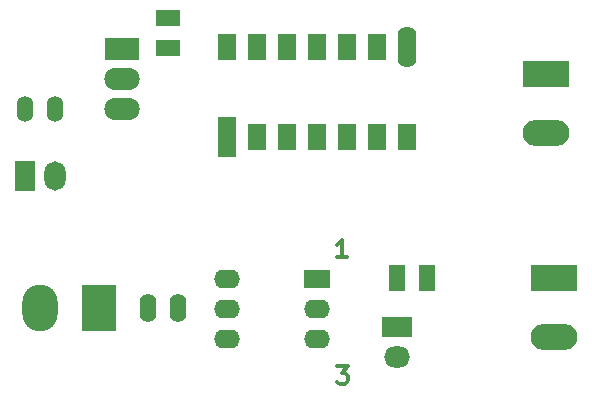
<source format=gbr>
%TF.GenerationSoftware,KiCad,Pcbnew,6.0.7+dfsg-1+b1*%
%TF.CreationDate,2022-12-02T21:53:11-05:00*%
%TF.ProjectId,control_and_power,636f6e74-726f-46c5-9f61-6e645f706f77,rev?*%
%TF.SameCoordinates,Original*%
%TF.FileFunction,Copper,L2,Bot*%
%TF.FilePolarity,Positive*%
%FSLAX46Y46*%
G04 Gerber Fmt 4.6, Leading zero omitted, Abs format (unit mm)*
G04 Created by KiCad (PCBNEW 6.0.7+dfsg-1+b1) date 2022-12-02 21:53:11*
%MOMM*%
%LPD*%
G01*
G04 APERTURE LIST*
%ADD10C,0.300000*%
%TA.AperFunction,NonConductor*%
%ADD11C,0.300000*%
%TD*%
%TA.AperFunction,ComponentPad*%
%ADD12R,1.800000X2.500000*%
%TD*%
%TA.AperFunction,ComponentPad*%
%ADD13O,1.800000X2.500000*%
%TD*%
%TA.AperFunction,ComponentPad*%
%ADD14O,3.000000X1.905000*%
%TD*%
%TA.AperFunction,ComponentPad*%
%ADD15R,3.000000X1.905000*%
%TD*%
%TA.AperFunction,ComponentPad*%
%ADD16O,2.200000X1.600000*%
%TD*%
%TA.AperFunction,ComponentPad*%
%ADD17R,2.200000X1.600000*%
%TD*%
%TA.AperFunction,ComponentPad*%
%ADD18R,2.500000X1.800000*%
%TD*%
%TA.AperFunction,ComponentPad*%
%ADD19O,2.200000X1.800000*%
%TD*%
%TA.AperFunction,ComponentPad*%
%ADD20O,1.400000X2.200000*%
%TD*%
%TA.AperFunction,ComponentPad*%
%ADD21O,1.400000X2.400000*%
%TD*%
%TA.AperFunction,ComponentPad*%
%ADD22R,2.000000X1.400000*%
%TD*%
%TA.AperFunction,ComponentPad*%
%ADD23O,3.960000X2.200000*%
%TD*%
%TA.AperFunction,ComponentPad*%
%ADD24R,3.960000X2.200000*%
%TD*%
%TA.AperFunction,ComponentPad*%
%ADD25O,3.000000X3.960000*%
%TD*%
%TA.AperFunction,ComponentPad*%
%ADD26R,3.000000X3.960000*%
%TD*%
%TA.AperFunction,ComponentPad*%
%ADD27R,1.400000X2.200000*%
%TD*%
%TA.AperFunction,ComponentPad*%
%ADD28R,1.600000X3.500000*%
%TD*%
%TA.AperFunction,ComponentPad*%
%ADD29R,1.600000X2.200000*%
%TD*%
%TA.AperFunction,ComponentPad*%
%ADD30O,1.600000X3.500000*%
%TD*%
G04 APERTURE END LIST*
D10*
D11*
X152328571Y-102378571D02*
X151471428Y-102378571D01*
X151900000Y-102378571D02*
X151900000Y-100878571D01*
X151757142Y-101092857D01*
X151614285Y-101235714D01*
X151471428Y-101307142D01*
D10*
D11*
X151500000Y-111578571D02*
X152428571Y-111578571D01*
X151928571Y-112150000D01*
X152142857Y-112150000D01*
X152285714Y-112221428D01*
X152357142Y-112292857D01*
X152428571Y-112435714D01*
X152428571Y-112792857D01*
X152357142Y-112935714D01*
X152285714Y-113007142D01*
X152142857Y-113078571D01*
X151714285Y-113078571D01*
X151571428Y-113007142D01*
X151500000Y-112935714D01*
D12*
%TO.P,D2,2,A*%
%TO.N,Net-(D2-Pad2)*%
X125060000Y-95500000D03*
D13*
%TO.P,D2,1,K*%
%TO.N,GND*%
X127600000Y-95500000D03*
%TD*%
D14*
%TO.P,Q1,3,E*%
%TO.N,Net-(OUT1-Pad1)*%
X133300000Y-89780000D03*
%TO.P,Q1,2,C*%
%TO.N,5v*%
X133300000Y-87240000D03*
D15*
%TO.P,Q1,1,B*%
%TO.N,Net-(Q1-Pad1)*%
X133300000Y-84700000D03*
%TD*%
D16*
%TO.P,U2,6*%
%TO.N,unconnected-(U2-Pad6)*%
X142180000Y-104175000D03*
%TO.P,U2,5*%
%TO.N,Net-(R2-Pad1)*%
X142180000Y-106715000D03*
%TO.P,U2,4*%
%TO.N,GND*%
X142180000Y-109255000D03*
%TO.P,U2,3,NC*%
%TO.N,unconnected-(U2-Pad3)*%
X149800000Y-109255000D03*
%TO.P,U2,2*%
%TO.N,Net-(D1-Pad1)*%
X149800000Y-106715000D03*
D17*
%TO.P,U2,1*%
%TO.N,Net-(D1-Pad2)*%
X149800000Y-104175000D03*
%TD*%
D18*
%TO.P,D1,2,A*%
%TO.N,Net-(D1-Pad2)*%
X156600000Y-108235000D03*
D19*
%TO.P,D1,1,K*%
%TO.N,Net-(D1-Pad1)*%
X156600000Y-110775000D03*
%TD*%
D20*
%TO.P,R4,2*%
%TO.N,Net-(OUT1-Pad1)*%
X127620000Y-89800000D03*
%TO.P,R4,1*%
%TO.N,Net-(D2-Pad2)*%
X125080000Y-89800000D03*
%TD*%
D21*
%TO.P,R2,2*%
%TO.N,5v*%
X135480000Y-106700000D03*
%TO.P,R2,1*%
%TO.N,Net-(R2-Pad1)*%
X138020000Y-106700000D03*
%TD*%
D22*
%TO.P,R3,2*%
%TO.N,Net-(Q1-Pad1)*%
X137200000Y-84620000D03*
%TO.P,R3,1*%
%TO.N,Net-(R3-Pad1)*%
X137200000Y-82080000D03*
%TD*%
D23*
%TO.P,SIG1,2,Pin_2*%
%TO.N,Net-(D1-Pad1)*%
X169900000Y-109100000D03*
D24*
%TO.P,SIG1,1,Pin_1*%
%TO.N,Net-(SIG1-Pad1)*%
X169900000Y-104100000D03*
%TD*%
D23*
%TO.P,OUT1,2,Pin_2*%
%TO.N,GND*%
X169200000Y-91835000D03*
D24*
%TO.P,OUT1,1,Pin_1*%
%TO.N,Net-(OUT1-Pad1)*%
X169200000Y-86835000D03*
%TD*%
D25*
%TO.P,5V1,2,Pin_2*%
%TO.N,GND*%
X126365000Y-106700000D03*
D26*
%TO.P,5V1,1,Pin_1*%
%TO.N,5v*%
X131365000Y-106700000D03*
%TD*%
D27*
%TO.P,R1,2*%
%TO.N,Net-(D1-Pad2)*%
X156580000Y-104100000D03*
%TO.P,R1,1*%
%TO.N,Net-(SIG1-Pad1)*%
X159120000Y-104100000D03*
%TD*%
D28*
%TO.P,U1,14,VDD*%
%TO.N,5v*%
X142175000Y-92220000D03*
D29*
%TO.P,U1,13*%
%TO.N,unconnected-(U1-Pad13)*%
X144715000Y-92220000D03*
%TO.P,U1,12*%
%TO.N,unconnected-(U1-Pad12)*%
X147255000Y-92220000D03*
%TO.P,U1,11*%
%TO.N,unconnected-(U1-Pad11)*%
X149795000Y-92220000D03*
%TO.P,U1,10*%
%TO.N,unconnected-(U1-Pad10)*%
X152335000Y-92220000D03*
%TO.P,U1,9*%
%TO.N,unconnected-(U1-Pad9)*%
X154875000Y-92220000D03*
%TO.P,U1,8*%
%TO.N,unconnected-(U1-Pad8)*%
X157415000Y-92220000D03*
D30*
%TO.P,U1,7,VSS*%
%TO.N,GND*%
X157415000Y-84600000D03*
D29*
%TO.P,U1,6*%
%TO.N,unconnected-(U1-Pad6)*%
X154875000Y-84600000D03*
%TO.P,U1,5*%
%TO.N,unconnected-(U1-Pad5)*%
X152335000Y-84600000D03*
%TO.P,U1,4*%
%TO.N,unconnected-(U1-Pad4)*%
X149795000Y-84600000D03*
%TO.P,U1,3*%
%TO.N,unconnected-(U1-Pad3)*%
X147255000Y-84600000D03*
%TO.P,U1,2*%
%TO.N,Net-(R3-Pad1)*%
X144715000Y-84600000D03*
%TO.P,U1,1*%
%TO.N,Net-(R2-Pad1)*%
X142175000Y-84600000D03*
%TD*%
M02*

</source>
